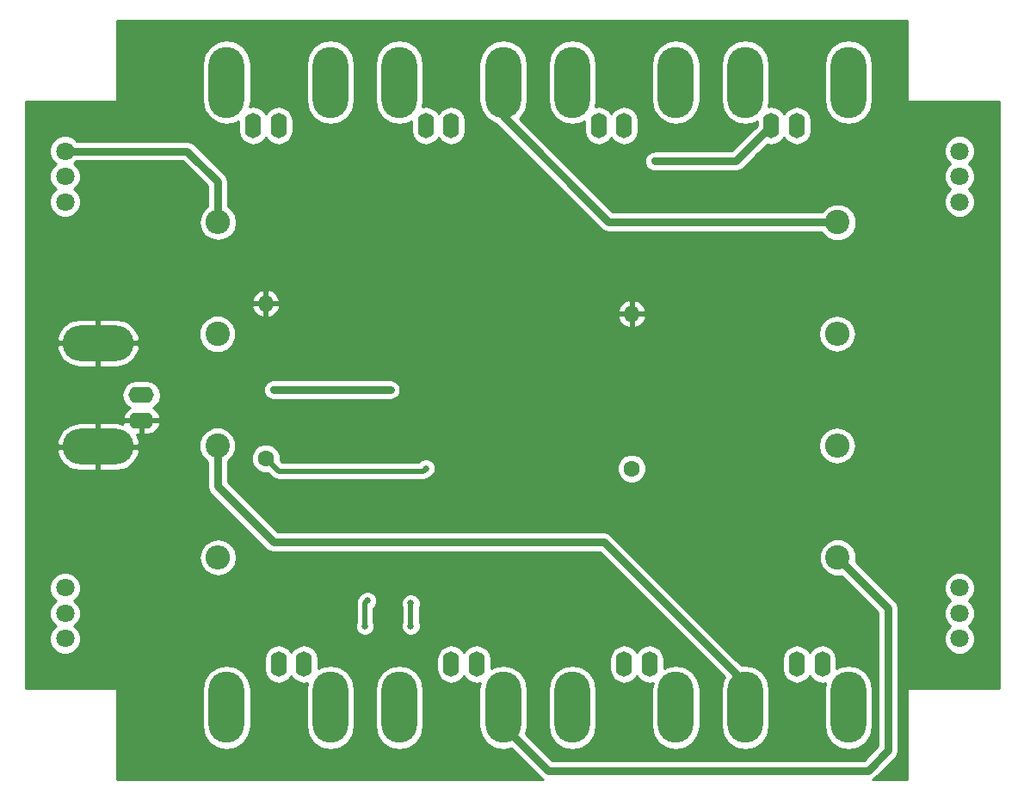
<source format=gbr>
G04 #@! TF.FileFunction,Copper,L2,Bot,Signal*
%FSLAX46Y46*%
G04 Gerber Fmt 4.6, Leading zero omitted, Abs format (unit mm)*
G04 Created by KiCad (PCBNEW 4.0.2-stable) date 30/01/2018 13:09:08*
%MOMM*%
G01*
G04 APERTURE LIST*
%ADD10C,0.100000*%
%ADD11C,2.400000*%
%ADD12O,2.400000X2.400000*%
%ADD13O,3.500120X7.000240*%
%ADD14O,1.600200X2.499360*%
%ADD15O,7.000240X3.500120*%
%ADD16O,2.499360X1.600200*%
%ADD17C,1.600000*%
%ADD18O,1.600000X1.600000*%
%ADD19C,1.800000*%
%ADD20C,0.700000*%
%ADD21C,0.650000*%
%ADD22C,0.750000*%
%ADD23C,0.500000*%
%ADD24C,0.254000*%
G04 APERTURE END LIST*
D10*
D11*
X93000000Y-68000000D03*
D12*
X153960000Y-68000000D03*
D13*
X110902220Y-43236600D03*
X121100320Y-43236600D03*
D14*
X116000000Y-47501260D03*
X113500640Y-47501260D03*
D13*
X144902220Y-43236600D03*
X155100320Y-43236600D03*
D14*
X150000000Y-47501260D03*
X147500640Y-47501260D03*
D13*
X93902220Y-43236600D03*
X104100320Y-43236600D03*
D14*
X99000000Y-47501260D03*
X96500640Y-47501260D03*
D13*
X127902220Y-43236600D03*
X138100320Y-43236600D03*
D14*
X133000000Y-47501260D03*
X130500640Y-47501260D03*
D15*
X81236600Y-79097780D03*
X81236600Y-68899680D03*
D16*
X85501260Y-74000000D03*
X85501260Y-76499360D03*
D13*
X138097780Y-104763400D03*
X127899680Y-104763400D03*
D14*
X133000000Y-100498740D03*
X135499360Y-100498740D03*
D13*
X104097780Y-104763400D03*
X93899680Y-104763400D03*
D14*
X99000000Y-100498740D03*
X101499360Y-100498740D03*
D13*
X155097780Y-104763400D03*
X144899680Y-104763400D03*
D14*
X150000000Y-100498740D03*
X152499360Y-100498740D03*
D13*
X121097780Y-104763400D03*
X110899680Y-104763400D03*
D14*
X116000000Y-100498740D03*
X118499360Y-100498740D03*
D11*
X154000000Y-57000000D03*
D12*
X93040000Y-57000000D03*
D17*
X133750000Y-81250000D03*
D18*
X133750000Y-66010000D03*
D11*
X93000000Y-79000000D03*
D12*
X153960000Y-79000000D03*
D11*
X154000000Y-90000000D03*
D12*
X93040000Y-90000000D03*
D17*
X97750000Y-80250000D03*
D18*
X97750000Y-65010000D03*
D19*
X166000000Y-50000000D03*
X166000000Y-52500000D03*
X166000000Y-55000000D03*
X78000000Y-55000000D03*
X78000000Y-52500000D03*
X78000000Y-50000000D03*
X166000000Y-93000000D03*
X166000000Y-95500000D03*
X166000000Y-98000000D03*
X78000000Y-98000000D03*
X78000000Y-95500000D03*
X78000000Y-93000000D03*
D20*
X136000000Y-51000000D03*
X110000000Y-73500000D03*
X98500000Y-73500000D03*
D21*
X107750000Y-94250000D03*
X107500000Y-96750000D03*
D20*
X121097780Y-103263400D03*
D21*
X112000000Y-96750000D03*
X112000000Y-94500000D03*
X113500000Y-81250000D03*
D22*
X121100320Y-43736600D02*
X121100320Y-46600320D01*
X121100320Y-46600320D02*
X131500000Y-57000000D01*
X131500000Y-57000000D02*
X154000000Y-57000000D01*
X147500640Y-47501260D02*
X147498740Y-47501260D01*
X147498740Y-47501260D02*
X144000000Y-51000000D01*
X144000000Y-51000000D02*
X136000000Y-51000000D01*
X110000000Y-73500000D02*
X98500000Y-73500000D01*
D23*
X107750000Y-94250000D02*
X107500000Y-94500000D01*
X107500000Y-94500000D02*
X107500000Y-96750000D01*
D22*
X144899680Y-104763400D02*
X144899680Y-102399680D01*
X144899680Y-102399680D02*
X131000000Y-88500000D01*
X93000000Y-83000000D02*
X93000000Y-79000000D01*
X98500000Y-88500000D02*
X93000000Y-83000000D01*
X131000000Y-88500000D02*
X98500000Y-88500000D01*
X121097780Y-104763400D02*
X121097780Y-106597780D01*
X121097780Y-106597780D02*
X125500000Y-111000000D01*
X125500000Y-111000000D02*
X157000000Y-111000000D01*
X157000000Y-111000000D02*
X159000000Y-109000000D01*
X159000000Y-109000000D02*
X159000000Y-95000000D01*
X159000000Y-95000000D02*
X154000000Y-90000000D01*
D23*
X112000000Y-96750000D02*
X112000000Y-94500000D01*
D22*
X93040000Y-57000000D02*
X93040000Y-53040000D01*
X90000000Y-50000000D02*
X78000000Y-50000000D01*
X93040000Y-53040000D02*
X90000000Y-50000000D01*
D23*
X99000000Y-81500000D02*
X97750000Y-80250000D01*
X113250000Y-81500000D02*
X99000000Y-81500000D01*
X113500000Y-81250000D02*
X113250000Y-81500000D01*
D24*
G36*
X160873000Y-45000000D02*
X160883006Y-45049410D01*
X160911447Y-45091035D01*
X160953841Y-45118315D01*
X161000000Y-45127000D01*
X169873000Y-45127000D01*
X169873000Y-102873000D01*
X161000000Y-102873000D01*
X160950590Y-102883006D01*
X160908965Y-102911447D01*
X160881685Y-102953841D01*
X160873000Y-103000000D01*
X160873000Y-111873000D01*
X157476483Y-111873000D01*
X157714178Y-111714178D01*
X159714178Y-109714178D01*
X159933118Y-109386510D01*
X160010000Y-109000000D01*
X160010000Y-95000000D01*
X159933118Y-94613490D01*
X159714178Y-94285822D01*
X158732347Y-93303991D01*
X164464735Y-93303991D01*
X164697932Y-93868371D01*
X165079182Y-94250288D01*
X164699449Y-94629357D01*
X164465267Y-95193330D01*
X164464735Y-95803991D01*
X164697932Y-96368371D01*
X165079182Y-96750288D01*
X164699449Y-97129357D01*
X164465267Y-97693330D01*
X164464735Y-98303991D01*
X164697932Y-98868371D01*
X165129357Y-99300551D01*
X165693330Y-99534733D01*
X166303991Y-99535265D01*
X166868371Y-99302068D01*
X167300551Y-98870643D01*
X167534733Y-98306670D01*
X167535265Y-97696009D01*
X167302068Y-97131629D01*
X166920818Y-96749712D01*
X167300551Y-96370643D01*
X167534733Y-95806670D01*
X167535265Y-95196009D01*
X167302068Y-94631629D01*
X166920818Y-94249712D01*
X167300551Y-93870643D01*
X167534733Y-93306670D01*
X167535265Y-92696009D01*
X167302068Y-92131629D01*
X166870643Y-91699449D01*
X166306670Y-91465267D01*
X165696009Y-91464735D01*
X165131629Y-91697932D01*
X164699449Y-92129357D01*
X164465267Y-92693330D01*
X164464735Y-93303991D01*
X158732347Y-93303991D01*
X155823027Y-90394671D01*
X155834681Y-90366605D01*
X155835318Y-89636597D01*
X155556545Y-88961914D01*
X155040801Y-88445270D01*
X154366605Y-88165319D01*
X153636597Y-88164682D01*
X152961914Y-88443455D01*
X152445270Y-88959199D01*
X152165319Y-89633395D01*
X152164682Y-90363403D01*
X152443455Y-91038086D01*
X152959199Y-91554730D01*
X153633395Y-91834681D01*
X154363403Y-91835318D01*
X154394226Y-91822582D01*
X157990000Y-95418356D01*
X157990000Y-108581644D01*
X156581644Y-109990000D01*
X125918356Y-109990000D01*
X123323564Y-107395208D01*
X123482840Y-106594472D01*
X123482840Y-102932328D01*
X125514620Y-102932328D01*
X125514620Y-106594472D01*
X125696172Y-107507195D01*
X126213188Y-108280964D01*
X126986957Y-108797980D01*
X127899680Y-108979532D01*
X128812403Y-108797980D01*
X129586172Y-108280964D01*
X130103188Y-107507195D01*
X130284740Y-106594472D01*
X130284740Y-102932328D01*
X130103188Y-102019605D01*
X129586172Y-101245836D01*
X128812403Y-100728820D01*
X127899680Y-100547268D01*
X126986957Y-100728820D01*
X126213188Y-101245836D01*
X125696172Y-102019605D01*
X125514620Y-102932328D01*
X123482840Y-102932328D01*
X123301288Y-102019605D01*
X122784272Y-101245836D01*
X122010503Y-100728820D01*
X121097780Y-100547268D01*
X120185057Y-100728820D01*
X119934460Y-100896264D01*
X119934460Y-100012237D01*
X131564900Y-100012237D01*
X131564900Y-100985243D01*
X131674140Y-101534432D01*
X131985231Y-102000012D01*
X132450811Y-102311103D01*
X133000000Y-102420343D01*
X133549189Y-102311103D01*
X134014769Y-102000012D01*
X134249680Y-101648443D01*
X134484591Y-102000012D01*
X134950171Y-102311103D01*
X135499360Y-102420343D01*
X135827545Y-102355063D01*
X135712720Y-102932328D01*
X135712720Y-106594472D01*
X135894272Y-107507195D01*
X136411288Y-108280964D01*
X137185057Y-108797980D01*
X138097780Y-108979532D01*
X139010503Y-108797980D01*
X139784272Y-108280964D01*
X140301288Y-107507195D01*
X140482840Y-106594472D01*
X140482840Y-102932328D01*
X140301288Y-102019605D01*
X139784272Y-101245836D01*
X139010503Y-100728820D01*
X138097780Y-100547268D01*
X137185057Y-100728820D01*
X136934460Y-100896264D01*
X136934460Y-100012237D01*
X136825220Y-99463048D01*
X136514129Y-98997468D01*
X136048549Y-98686377D01*
X135499360Y-98577137D01*
X134950171Y-98686377D01*
X134484591Y-98997468D01*
X134249680Y-99349037D01*
X134014769Y-98997468D01*
X133549189Y-98686377D01*
X133000000Y-98577137D01*
X132450811Y-98686377D01*
X131985231Y-98997468D01*
X131674140Y-99463048D01*
X131564900Y-100012237D01*
X119934460Y-100012237D01*
X119825220Y-99463048D01*
X119514129Y-98997468D01*
X119048549Y-98686377D01*
X118499360Y-98577137D01*
X117950171Y-98686377D01*
X117484591Y-98997468D01*
X117249680Y-99349037D01*
X117014769Y-98997468D01*
X116549189Y-98686377D01*
X116000000Y-98577137D01*
X115450811Y-98686377D01*
X114985231Y-98997468D01*
X114674140Y-99463048D01*
X114564900Y-100012237D01*
X114564900Y-100985243D01*
X114674140Y-101534432D01*
X114985231Y-102000012D01*
X115450811Y-102311103D01*
X116000000Y-102420343D01*
X116549189Y-102311103D01*
X117014769Y-102000012D01*
X117249680Y-101648443D01*
X117484591Y-102000012D01*
X117950171Y-102311103D01*
X118499360Y-102420343D01*
X118827545Y-102355063D01*
X118712720Y-102932328D01*
X118712720Y-106594472D01*
X118894272Y-107507195D01*
X119411288Y-108280964D01*
X120185057Y-108797980D01*
X121097780Y-108979532D01*
X121892997Y-108821353D01*
X124785822Y-111714178D01*
X125023517Y-111873000D01*
X83127000Y-111873000D01*
X83127000Y-103000000D01*
X83116994Y-102950590D01*
X83104517Y-102932328D01*
X91514620Y-102932328D01*
X91514620Y-106594472D01*
X91696172Y-107507195D01*
X92213188Y-108280964D01*
X92986957Y-108797980D01*
X93899680Y-108979532D01*
X94812403Y-108797980D01*
X95586172Y-108280964D01*
X96103188Y-107507195D01*
X96284740Y-106594472D01*
X96284740Y-102932328D01*
X96103188Y-102019605D01*
X95586172Y-101245836D01*
X94812403Y-100728820D01*
X93899680Y-100547268D01*
X92986957Y-100728820D01*
X92213188Y-101245836D01*
X91696172Y-102019605D01*
X91514620Y-102932328D01*
X83104517Y-102932328D01*
X83088553Y-102908965D01*
X83046159Y-102881685D01*
X83000000Y-102873000D01*
X74127000Y-102873000D01*
X74127000Y-100012237D01*
X97564900Y-100012237D01*
X97564900Y-100985243D01*
X97674140Y-101534432D01*
X97985231Y-102000012D01*
X98450811Y-102311103D01*
X99000000Y-102420343D01*
X99549189Y-102311103D01*
X100014769Y-102000012D01*
X100249680Y-101648443D01*
X100484591Y-102000012D01*
X100950171Y-102311103D01*
X101499360Y-102420343D01*
X101827545Y-102355063D01*
X101712720Y-102932328D01*
X101712720Y-106594472D01*
X101894272Y-107507195D01*
X102411288Y-108280964D01*
X103185057Y-108797980D01*
X104097780Y-108979532D01*
X105010503Y-108797980D01*
X105784272Y-108280964D01*
X106301288Y-107507195D01*
X106482840Y-106594472D01*
X106482840Y-102932328D01*
X108514620Y-102932328D01*
X108514620Y-106594472D01*
X108696172Y-107507195D01*
X109213188Y-108280964D01*
X109986957Y-108797980D01*
X110899680Y-108979532D01*
X111812403Y-108797980D01*
X112586172Y-108280964D01*
X113103188Y-107507195D01*
X113284740Y-106594472D01*
X113284740Y-102932328D01*
X113103188Y-102019605D01*
X112586172Y-101245836D01*
X111812403Y-100728820D01*
X110899680Y-100547268D01*
X109986957Y-100728820D01*
X109213188Y-101245836D01*
X108696172Y-102019605D01*
X108514620Y-102932328D01*
X106482840Y-102932328D01*
X106301288Y-102019605D01*
X105784272Y-101245836D01*
X105010503Y-100728820D01*
X104097780Y-100547268D01*
X103185057Y-100728820D01*
X102934460Y-100896264D01*
X102934460Y-100012237D01*
X102825220Y-99463048D01*
X102514129Y-98997468D01*
X102048549Y-98686377D01*
X101499360Y-98577137D01*
X100950171Y-98686377D01*
X100484591Y-98997468D01*
X100249680Y-99349037D01*
X100014769Y-98997468D01*
X99549189Y-98686377D01*
X99000000Y-98577137D01*
X98450811Y-98686377D01*
X97985231Y-98997468D01*
X97674140Y-99463048D01*
X97564900Y-100012237D01*
X74127000Y-100012237D01*
X74127000Y-93303991D01*
X76464735Y-93303991D01*
X76697932Y-93868371D01*
X77079182Y-94250288D01*
X76699449Y-94629357D01*
X76465267Y-95193330D01*
X76464735Y-95803991D01*
X76697932Y-96368371D01*
X77079182Y-96750288D01*
X76699449Y-97129357D01*
X76465267Y-97693330D01*
X76464735Y-98303991D01*
X76697932Y-98868371D01*
X77129357Y-99300551D01*
X77693330Y-99534733D01*
X78303991Y-99535265D01*
X78868371Y-99302068D01*
X79300551Y-98870643D01*
X79534733Y-98306670D01*
X79535265Y-97696009D01*
X79302068Y-97131629D01*
X79110892Y-96940118D01*
X106539833Y-96940118D01*
X106685677Y-97293086D01*
X106955493Y-97563374D01*
X107308206Y-97709833D01*
X107690118Y-97710167D01*
X108043086Y-97564323D01*
X108313374Y-97294507D01*
X108459833Y-96941794D01*
X108460167Y-96559882D01*
X108385000Y-96377965D01*
X108385000Y-94972570D01*
X108563374Y-94794507D01*
X108606720Y-94690118D01*
X111039833Y-94690118D01*
X111115000Y-94872035D01*
X111115000Y-96377988D01*
X111040167Y-96558206D01*
X111039833Y-96940118D01*
X111185677Y-97293086D01*
X111455493Y-97563374D01*
X111808206Y-97709833D01*
X112190118Y-97710167D01*
X112543086Y-97564323D01*
X112813374Y-97294507D01*
X112959833Y-96941794D01*
X112960167Y-96559882D01*
X112885000Y-96377965D01*
X112885000Y-94872012D01*
X112959833Y-94691794D01*
X112960167Y-94309882D01*
X112814323Y-93956914D01*
X112544507Y-93686626D01*
X112191794Y-93540167D01*
X111809882Y-93539833D01*
X111456914Y-93685677D01*
X111186626Y-93955493D01*
X111040167Y-94308206D01*
X111039833Y-94690118D01*
X108606720Y-94690118D01*
X108709833Y-94441794D01*
X108710167Y-94059882D01*
X108564323Y-93706914D01*
X108294507Y-93436626D01*
X107941794Y-93290167D01*
X107559882Y-93289833D01*
X107206914Y-93435677D01*
X106936626Y-93705493D01*
X106854024Y-93904420D01*
X106682367Y-94161325D01*
X106682367Y-94161326D01*
X106614999Y-94500000D01*
X106615000Y-94500005D01*
X106615000Y-96377988D01*
X106540167Y-96558206D01*
X106539833Y-96940118D01*
X79110892Y-96940118D01*
X78920818Y-96749712D01*
X79300551Y-96370643D01*
X79534733Y-95806670D01*
X79535265Y-95196009D01*
X79302068Y-94631629D01*
X78920818Y-94249712D01*
X79300551Y-93870643D01*
X79534733Y-93306670D01*
X79535265Y-92696009D01*
X79302068Y-92131629D01*
X78870643Y-91699449D01*
X78306670Y-91465267D01*
X77696009Y-91464735D01*
X77131629Y-91697932D01*
X76699449Y-92129357D01*
X76465267Y-92693330D01*
X76464735Y-93303991D01*
X74127000Y-93303991D01*
X74127000Y-90000000D01*
X91169050Y-90000000D01*
X91308731Y-90702224D01*
X91706509Y-91297541D01*
X92301826Y-91695319D01*
X93004050Y-91835000D01*
X93075950Y-91835000D01*
X93778174Y-91695319D01*
X94373491Y-91297541D01*
X94771269Y-90702224D01*
X94910950Y-90000000D01*
X94771269Y-89297776D01*
X94373491Y-88702459D01*
X93778174Y-88304681D01*
X93075950Y-88165000D01*
X93004050Y-88165000D01*
X92301826Y-88304681D01*
X91706509Y-88702459D01*
X91308731Y-89297776D01*
X91169050Y-90000000D01*
X74127000Y-90000000D01*
X74127000Y-79595793D01*
X77154054Y-79595793D01*
X77234431Y-79893170D01*
X77710245Y-80694469D01*
X78456484Y-81252687D01*
X79359540Y-81482840D01*
X81109600Y-81482840D01*
X81109600Y-79224780D01*
X81363600Y-79224780D01*
X81363600Y-81482840D01*
X83113660Y-81482840D01*
X84016716Y-81252687D01*
X84762955Y-80694469D01*
X85238769Y-79893170D01*
X85319146Y-79595793D01*
X85250371Y-79363403D01*
X91164682Y-79363403D01*
X91443455Y-80038086D01*
X91959199Y-80554730D01*
X91990000Y-80567520D01*
X91990000Y-83000000D01*
X92066882Y-83386510D01*
X92285822Y-83714178D01*
X97785822Y-89214178D01*
X98113490Y-89433118D01*
X98500000Y-89510001D01*
X98500005Y-89510000D01*
X130581644Y-89510000D01*
X142854418Y-101782774D01*
X142696172Y-102019605D01*
X142514620Y-102932328D01*
X142514620Y-106594472D01*
X142696172Y-107507195D01*
X143213188Y-108280964D01*
X143986957Y-108797980D01*
X144899680Y-108979532D01*
X145812403Y-108797980D01*
X146586172Y-108280964D01*
X147103188Y-107507195D01*
X147284740Y-106594472D01*
X147284740Y-102932328D01*
X147103188Y-102019605D01*
X146586172Y-101245836D01*
X145812403Y-100728820D01*
X144899680Y-100547268D01*
X144545979Y-100617623D01*
X143940593Y-100012237D01*
X148564900Y-100012237D01*
X148564900Y-100985243D01*
X148674140Y-101534432D01*
X148985231Y-102000012D01*
X149450811Y-102311103D01*
X150000000Y-102420343D01*
X150549189Y-102311103D01*
X151014769Y-102000012D01*
X151249680Y-101648443D01*
X151484591Y-102000012D01*
X151950171Y-102311103D01*
X152499360Y-102420343D01*
X152827545Y-102355063D01*
X152712720Y-102932328D01*
X152712720Y-106594472D01*
X152894272Y-107507195D01*
X153411288Y-108280964D01*
X154185057Y-108797980D01*
X155097780Y-108979532D01*
X156010503Y-108797980D01*
X156784272Y-108280964D01*
X157301288Y-107507195D01*
X157482840Y-106594472D01*
X157482840Y-102932328D01*
X157301288Y-102019605D01*
X156784272Y-101245836D01*
X156010503Y-100728820D01*
X155097780Y-100547268D01*
X154185057Y-100728820D01*
X153934460Y-100896264D01*
X153934460Y-100012237D01*
X153825220Y-99463048D01*
X153514129Y-98997468D01*
X153048549Y-98686377D01*
X152499360Y-98577137D01*
X151950171Y-98686377D01*
X151484591Y-98997468D01*
X151249680Y-99349037D01*
X151014769Y-98997468D01*
X150549189Y-98686377D01*
X150000000Y-98577137D01*
X149450811Y-98686377D01*
X148985231Y-98997468D01*
X148674140Y-99463048D01*
X148564900Y-100012237D01*
X143940593Y-100012237D01*
X131714178Y-87785822D01*
X131386510Y-87566882D01*
X131000000Y-87490000D01*
X98918356Y-87490000D01*
X94010000Y-82581644D01*
X94010000Y-80568150D01*
X94038086Y-80556545D01*
X94060483Y-80534187D01*
X96314752Y-80534187D01*
X96532757Y-81061800D01*
X96936077Y-81465824D01*
X97463309Y-81684750D01*
X97933581Y-81685160D01*
X98374208Y-82125787D01*
X98374210Y-82125790D01*
X98661325Y-82317633D01*
X98717516Y-82328810D01*
X99000000Y-82385001D01*
X99000005Y-82385000D01*
X113249995Y-82385000D01*
X113250000Y-82385001D01*
X113532484Y-82328810D01*
X113588675Y-82317633D01*
X113845754Y-82145859D01*
X114043086Y-82064323D01*
X114313374Y-81794507D01*
X114421468Y-81534187D01*
X132314752Y-81534187D01*
X132532757Y-82061800D01*
X132936077Y-82465824D01*
X133463309Y-82684750D01*
X134034187Y-82685248D01*
X134561800Y-82467243D01*
X134965824Y-82063923D01*
X135184750Y-81536691D01*
X135185248Y-80965813D01*
X134967243Y-80438200D01*
X134563923Y-80034176D01*
X134036691Y-79815250D01*
X133465813Y-79814752D01*
X132938200Y-80032757D01*
X132534176Y-80436077D01*
X132315250Y-80963309D01*
X132314752Y-81534187D01*
X114421468Y-81534187D01*
X114459833Y-81441794D01*
X114460167Y-81059882D01*
X114314323Y-80706914D01*
X114044507Y-80436626D01*
X113691794Y-80290167D01*
X113309882Y-80289833D01*
X112956914Y-80435677D01*
X112777277Y-80615000D01*
X99366579Y-80615000D01*
X99184840Y-80433261D01*
X99185248Y-79965813D01*
X98967243Y-79438200D01*
X98563923Y-79034176D01*
X98481619Y-79000000D01*
X152089050Y-79000000D01*
X152228731Y-79702224D01*
X152626509Y-80297541D01*
X153221826Y-80695319D01*
X153924050Y-80835000D01*
X153995950Y-80835000D01*
X154698174Y-80695319D01*
X155293491Y-80297541D01*
X155691269Y-79702224D01*
X155830950Y-79000000D01*
X155691269Y-78297776D01*
X155293491Y-77702459D01*
X154698174Y-77304681D01*
X153995950Y-77165000D01*
X153924050Y-77165000D01*
X153221826Y-77304681D01*
X152626509Y-77702459D01*
X152228731Y-78297776D01*
X152089050Y-79000000D01*
X98481619Y-79000000D01*
X98036691Y-78815250D01*
X97465813Y-78814752D01*
X96938200Y-79032757D01*
X96534176Y-79436077D01*
X96315250Y-79963309D01*
X96314752Y-80534187D01*
X94060483Y-80534187D01*
X94554730Y-80040801D01*
X94834681Y-79366605D01*
X94835318Y-78636597D01*
X94556545Y-77961914D01*
X94040801Y-77445270D01*
X93366605Y-77165319D01*
X92636597Y-77164682D01*
X91961914Y-77443455D01*
X91445270Y-77959199D01*
X91165319Y-78633395D01*
X91164682Y-79363403D01*
X85250371Y-79363403D01*
X85209345Y-79224780D01*
X81363600Y-79224780D01*
X81109600Y-79224780D01*
X77263855Y-79224780D01*
X77154054Y-79595793D01*
X74127000Y-79595793D01*
X74127000Y-78599767D01*
X77154054Y-78599767D01*
X77263855Y-78970780D01*
X81109600Y-78970780D01*
X81109600Y-76712720D01*
X81363600Y-76712720D01*
X81363600Y-78970780D01*
X85209345Y-78970780D01*
X85319146Y-78599767D01*
X85238769Y-78302390D01*
X85020291Y-77934460D01*
X85374260Y-77934460D01*
X85374260Y-76626360D01*
X85628260Y-76626360D01*
X85628260Y-77934460D01*
X86077840Y-77934460D01*
X86617362Y-77776619D01*
X87055412Y-77424327D01*
X87325301Y-76931217D01*
X87342843Y-76848415D01*
X87220856Y-76626360D01*
X85628260Y-76626360D01*
X85374260Y-76626360D01*
X83781664Y-76626360D01*
X83659677Y-76848415D01*
X83660453Y-76852076D01*
X83113660Y-76712720D01*
X81363600Y-76712720D01*
X81109600Y-76712720D01*
X79359540Y-76712720D01*
X78456484Y-76942873D01*
X77710245Y-77501091D01*
X77234431Y-78302390D01*
X77154054Y-78599767D01*
X74127000Y-78599767D01*
X74127000Y-74000000D01*
X83579657Y-74000000D01*
X83688897Y-74549189D01*
X83999988Y-75014769D01*
X84351179Y-75249428D01*
X83947108Y-75574393D01*
X83677219Y-76067503D01*
X83659677Y-76150305D01*
X83781664Y-76372360D01*
X85374260Y-76372360D01*
X85374260Y-76352360D01*
X85628260Y-76352360D01*
X85628260Y-76372360D01*
X87220856Y-76372360D01*
X87342843Y-76150305D01*
X87325301Y-76067503D01*
X87055412Y-75574393D01*
X86651341Y-75249428D01*
X87002532Y-75014769D01*
X87313623Y-74549189D01*
X87422863Y-74000000D01*
X87323408Y-73500000D01*
X97490000Y-73500000D01*
X97514891Y-73625135D01*
X97514830Y-73695069D01*
X97541772Y-73760274D01*
X97566882Y-73886510D01*
X97637764Y-73992593D01*
X97664471Y-74057229D01*
X97714315Y-74107160D01*
X97785822Y-74214178D01*
X97891906Y-74285061D01*
X97941314Y-74334555D01*
X98006471Y-74361611D01*
X98113490Y-74433118D01*
X98238624Y-74458009D01*
X98303212Y-74484828D01*
X98373762Y-74484890D01*
X98500000Y-74510000D01*
X110000000Y-74510000D01*
X110125135Y-74485109D01*
X110195069Y-74485170D01*
X110260274Y-74458228D01*
X110386510Y-74433118D01*
X110492593Y-74362236D01*
X110557229Y-74335529D01*
X110607160Y-74285685D01*
X110714178Y-74214178D01*
X110785061Y-74108094D01*
X110834555Y-74058686D01*
X110861611Y-73993529D01*
X110933118Y-73886510D01*
X110958009Y-73761376D01*
X110984828Y-73696788D01*
X110984890Y-73626238D01*
X111010000Y-73500000D01*
X110985109Y-73374865D01*
X110985170Y-73304931D01*
X110958228Y-73239726D01*
X110933118Y-73113490D01*
X110862236Y-73007407D01*
X110835529Y-72942771D01*
X110785685Y-72892840D01*
X110714178Y-72785822D01*
X110608094Y-72714939D01*
X110558686Y-72665445D01*
X110493529Y-72638389D01*
X110386510Y-72566882D01*
X110261376Y-72541991D01*
X110196788Y-72515172D01*
X110126238Y-72515110D01*
X110000000Y-72490000D01*
X98500000Y-72490000D01*
X98374865Y-72514891D01*
X98304931Y-72514830D01*
X98239726Y-72541772D01*
X98113490Y-72566882D01*
X98007407Y-72637764D01*
X97942771Y-72664471D01*
X97892840Y-72714315D01*
X97785822Y-72785822D01*
X97714939Y-72891906D01*
X97665445Y-72941314D01*
X97638389Y-73006471D01*
X97566882Y-73113490D01*
X97541991Y-73238624D01*
X97515172Y-73303212D01*
X97515110Y-73373762D01*
X97490000Y-73500000D01*
X87323408Y-73500000D01*
X87313623Y-73450811D01*
X87002532Y-72985231D01*
X86536952Y-72674140D01*
X85987763Y-72564900D01*
X85014757Y-72564900D01*
X84465568Y-72674140D01*
X83999988Y-72985231D01*
X83688897Y-73450811D01*
X83579657Y-74000000D01*
X74127000Y-74000000D01*
X74127000Y-69397693D01*
X77154054Y-69397693D01*
X77234431Y-69695070D01*
X77710245Y-70496369D01*
X78456484Y-71054587D01*
X79359540Y-71284740D01*
X81109600Y-71284740D01*
X81109600Y-69026680D01*
X81363600Y-69026680D01*
X81363600Y-71284740D01*
X83113660Y-71284740D01*
X84016716Y-71054587D01*
X84762955Y-70496369D01*
X85238769Y-69695070D01*
X85319146Y-69397693D01*
X85209345Y-69026680D01*
X81363600Y-69026680D01*
X81109600Y-69026680D01*
X77263855Y-69026680D01*
X77154054Y-69397693D01*
X74127000Y-69397693D01*
X74127000Y-68401667D01*
X77154054Y-68401667D01*
X77263855Y-68772680D01*
X81109600Y-68772680D01*
X81109600Y-66514620D01*
X81363600Y-66514620D01*
X81363600Y-68772680D01*
X85209345Y-68772680D01*
X85319146Y-68401667D01*
X85308804Y-68363403D01*
X91164682Y-68363403D01*
X91443455Y-69038086D01*
X91959199Y-69554730D01*
X92633395Y-69834681D01*
X93363403Y-69835318D01*
X94038086Y-69556545D01*
X94554730Y-69040801D01*
X94834681Y-68366605D01*
X94835000Y-68000000D01*
X152089050Y-68000000D01*
X152228731Y-68702224D01*
X152626509Y-69297541D01*
X153221826Y-69695319D01*
X153924050Y-69835000D01*
X153995950Y-69835000D01*
X154698174Y-69695319D01*
X155293491Y-69297541D01*
X155691269Y-68702224D01*
X155830950Y-68000000D01*
X155691269Y-67297776D01*
X155293491Y-66702459D01*
X154698174Y-66304681D01*
X153995950Y-66165000D01*
X153924050Y-66165000D01*
X153221826Y-66304681D01*
X152626509Y-66702459D01*
X152228731Y-67297776D01*
X152089050Y-68000000D01*
X94835000Y-68000000D01*
X94835318Y-67636597D01*
X94556545Y-66961914D01*
X94040801Y-66445270D01*
X93366605Y-66165319D01*
X92636597Y-66164682D01*
X91961914Y-66443455D01*
X91445270Y-66959199D01*
X91165319Y-67633395D01*
X91164682Y-68363403D01*
X85308804Y-68363403D01*
X85238769Y-68104290D01*
X84762955Y-67302991D01*
X84016716Y-66744773D01*
X83113660Y-66514620D01*
X81363600Y-66514620D01*
X81109600Y-66514620D01*
X79359540Y-66514620D01*
X78456484Y-66744773D01*
X77710245Y-67302991D01*
X77234431Y-68104290D01*
X77154054Y-68401667D01*
X74127000Y-68401667D01*
X74127000Y-65359041D01*
X96358086Y-65359041D01*
X96597611Y-65865134D01*
X97012577Y-66241041D01*
X97400961Y-66401904D01*
X97623000Y-66279915D01*
X97623000Y-65137000D01*
X97877000Y-65137000D01*
X97877000Y-66279915D01*
X98099039Y-66401904D01*
X98202526Y-66359041D01*
X132358086Y-66359041D01*
X132597611Y-66865134D01*
X133012577Y-67241041D01*
X133400961Y-67401904D01*
X133623000Y-67279915D01*
X133623000Y-66137000D01*
X133877000Y-66137000D01*
X133877000Y-67279915D01*
X134099039Y-67401904D01*
X134487423Y-67241041D01*
X134902389Y-66865134D01*
X135141914Y-66359041D01*
X135020629Y-66137000D01*
X133877000Y-66137000D01*
X133623000Y-66137000D01*
X132479371Y-66137000D01*
X132358086Y-66359041D01*
X98202526Y-66359041D01*
X98487423Y-66241041D01*
X98902389Y-65865134D01*
X98999021Y-65660959D01*
X132358086Y-65660959D01*
X132479371Y-65883000D01*
X133623000Y-65883000D01*
X133623000Y-64740085D01*
X133877000Y-64740085D01*
X133877000Y-65883000D01*
X135020629Y-65883000D01*
X135141914Y-65660959D01*
X134902389Y-65154866D01*
X134487423Y-64778959D01*
X134099039Y-64618096D01*
X133877000Y-64740085D01*
X133623000Y-64740085D01*
X133400961Y-64618096D01*
X133012577Y-64778959D01*
X132597611Y-65154866D01*
X132358086Y-65660959D01*
X98999021Y-65660959D01*
X99141914Y-65359041D01*
X99020629Y-65137000D01*
X97877000Y-65137000D01*
X97623000Y-65137000D01*
X96479371Y-65137000D01*
X96358086Y-65359041D01*
X74127000Y-65359041D01*
X74127000Y-64660959D01*
X96358086Y-64660959D01*
X96479371Y-64883000D01*
X97623000Y-64883000D01*
X97623000Y-63740085D01*
X97877000Y-63740085D01*
X97877000Y-64883000D01*
X99020629Y-64883000D01*
X99141914Y-64660959D01*
X98902389Y-64154866D01*
X98487423Y-63778959D01*
X98099039Y-63618096D01*
X97877000Y-63740085D01*
X97623000Y-63740085D01*
X97400961Y-63618096D01*
X97012577Y-63778959D01*
X96597611Y-64154866D01*
X96358086Y-64660959D01*
X74127000Y-64660959D01*
X74127000Y-50303991D01*
X76464735Y-50303991D01*
X76697932Y-50868371D01*
X77079182Y-51250288D01*
X76699449Y-51629357D01*
X76465267Y-52193330D01*
X76464735Y-52803991D01*
X76697932Y-53368371D01*
X77079182Y-53750288D01*
X76699449Y-54129357D01*
X76465267Y-54693330D01*
X76464735Y-55303991D01*
X76697932Y-55868371D01*
X77129357Y-56300551D01*
X77693330Y-56534733D01*
X78303991Y-56535265D01*
X78868371Y-56302068D01*
X79300551Y-55870643D01*
X79534733Y-55306670D01*
X79535265Y-54696009D01*
X79302068Y-54131629D01*
X78920818Y-53749712D01*
X79300551Y-53370643D01*
X79534733Y-52806670D01*
X79535265Y-52196009D01*
X79302068Y-51631629D01*
X78920818Y-51249712D01*
X79160950Y-51010000D01*
X89581644Y-51010000D01*
X92030000Y-53458356D01*
X92030000Y-55486309D01*
X91706509Y-55702459D01*
X91308731Y-56297776D01*
X91169050Y-57000000D01*
X91308731Y-57702224D01*
X91706509Y-58297541D01*
X92301826Y-58695319D01*
X93004050Y-58835000D01*
X93075950Y-58835000D01*
X93778174Y-58695319D01*
X94373491Y-58297541D01*
X94771269Y-57702224D01*
X94910950Y-57000000D01*
X94771269Y-56297776D01*
X94373491Y-55702459D01*
X94050000Y-55486309D01*
X94050000Y-53040000D01*
X93973118Y-52653490D01*
X93754178Y-52325822D01*
X90714178Y-49285822D01*
X90386510Y-49066882D01*
X90000000Y-48990000D01*
X79160686Y-48990000D01*
X78870643Y-48699449D01*
X78306670Y-48465267D01*
X77696009Y-48464735D01*
X77131629Y-48697932D01*
X76699449Y-49129357D01*
X76465267Y-49693330D01*
X76464735Y-50303991D01*
X74127000Y-50303991D01*
X74127000Y-45127000D01*
X83000000Y-45127000D01*
X83049410Y-45116994D01*
X83091035Y-45088553D01*
X83118315Y-45046159D01*
X83127000Y-45000000D01*
X83127000Y-41405528D01*
X91517160Y-41405528D01*
X91517160Y-45067672D01*
X91698712Y-45980395D01*
X92215728Y-46754164D01*
X92989497Y-47271180D01*
X93902220Y-47452732D01*
X94814943Y-47271180D01*
X95065540Y-47103736D01*
X95065540Y-47987763D01*
X95174780Y-48536952D01*
X95485871Y-49002532D01*
X95951451Y-49313623D01*
X96500640Y-49422863D01*
X97049829Y-49313623D01*
X97515409Y-49002532D01*
X97750320Y-48650963D01*
X97985231Y-49002532D01*
X98450811Y-49313623D01*
X99000000Y-49422863D01*
X99549189Y-49313623D01*
X100014769Y-49002532D01*
X100325860Y-48536952D01*
X100435100Y-47987763D01*
X100435100Y-47014757D01*
X100325860Y-46465568D01*
X100014769Y-45999988D01*
X99549189Y-45688897D01*
X99000000Y-45579657D01*
X98450811Y-45688897D01*
X97985231Y-45999988D01*
X97750320Y-46351557D01*
X97515409Y-45999988D01*
X97049829Y-45688897D01*
X96500640Y-45579657D01*
X96172455Y-45644937D01*
X96287280Y-45067672D01*
X96287280Y-41405528D01*
X101715260Y-41405528D01*
X101715260Y-45067672D01*
X101896812Y-45980395D01*
X102413828Y-46754164D01*
X103187597Y-47271180D01*
X104100320Y-47452732D01*
X105013043Y-47271180D01*
X105786812Y-46754164D01*
X106303828Y-45980395D01*
X106485380Y-45067672D01*
X106485380Y-41405528D01*
X108517160Y-41405528D01*
X108517160Y-45067672D01*
X108698712Y-45980395D01*
X109215728Y-46754164D01*
X109989497Y-47271180D01*
X110902220Y-47452732D01*
X111814943Y-47271180D01*
X112065540Y-47103736D01*
X112065540Y-47987763D01*
X112174780Y-48536952D01*
X112485871Y-49002532D01*
X112951451Y-49313623D01*
X113500640Y-49422863D01*
X114049829Y-49313623D01*
X114515409Y-49002532D01*
X114750320Y-48650963D01*
X114985231Y-49002532D01*
X115450811Y-49313623D01*
X116000000Y-49422863D01*
X116549189Y-49313623D01*
X117014769Y-49002532D01*
X117325860Y-48536952D01*
X117435100Y-47987763D01*
X117435100Y-47014757D01*
X117325860Y-46465568D01*
X117014769Y-45999988D01*
X116549189Y-45688897D01*
X116000000Y-45579657D01*
X115450811Y-45688897D01*
X114985231Y-45999988D01*
X114750320Y-46351557D01*
X114515409Y-45999988D01*
X114049829Y-45688897D01*
X113500640Y-45579657D01*
X113172455Y-45644937D01*
X113287280Y-45067672D01*
X113287280Y-41405528D01*
X118715260Y-41405528D01*
X118715260Y-45067672D01*
X118896812Y-45980395D01*
X119413828Y-46754164D01*
X120187597Y-47271180D01*
X120383195Y-47310087D01*
X120386142Y-47314498D01*
X130785820Y-57714175D01*
X130785822Y-57714178D01*
X131113490Y-57933118D01*
X131500000Y-58010001D01*
X131500005Y-58010000D01*
X152431850Y-58010000D01*
X152443455Y-58038086D01*
X152959199Y-58554730D01*
X153633395Y-58834681D01*
X154363403Y-58835318D01*
X155038086Y-58556545D01*
X155554730Y-58040801D01*
X155834681Y-57366605D01*
X155835318Y-56636597D01*
X155556545Y-55961914D01*
X155040801Y-55445270D01*
X154366605Y-55165319D01*
X153636597Y-55164682D01*
X152961914Y-55443455D01*
X152445270Y-55959199D01*
X152432480Y-55990000D01*
X131918355Y-55990000D01*
X126928355Y-51000000D01*
X134990000Y-51000000D01*
X135014891Y-51125135D01*
X135014830Y-51195069D01*
X135041772Y-51260274D01*
X135066882Y-51386510D01*
X135137764Y-51492593D01*
X135164471Y-51557229D01*
X135214315Y-51607160D01*
X135285822Y-51714178D01*
X135391906Y-51785061D01*
X135441314Y-51834555D01*
X135506471Y-51861611D01*
X135613490Y-51933118D01*
X135738624Y-51958009D01*
X135803212Y-51984828D01*
X135873762Y-51984890D01*
X136000000Y-52010000D01*
X144000000Y-52010000D01*
X144386510Y-51933118D01*
X144714178Y-51714178D01*
X146124365Y-50303991D01*
X164464735Y-50303991D01*
X164697932Y-50868371D01*
X165079182Y-51250288D01*
X164699449Y-51629357D01*
X164465267Y-52193330D01*
X164464735Y-52803991D01*
X164697932Y-53368371D01*
X165079182Y-53750288D01*
X164699449Y-54129357D01*
X164465267Y-54693330D01*
X164464735Y-55303991D01*
X164697932Y-55868371D01*
X165129357Y-56300551D01*
X165693330Y-56534733D01*
X166303991Y-56535265D01*
X166868371Y-56302068D01*
X167300551Y-55870643D01*
X167534733Y-55306670D01*
X167535265Y-54696009D01*
X167302068Y-54131629D01*
X166920818Y-53749712D01*
X167300551Y-53370643D01*
X167534733Y-52806670D01*
X167535265Y-52196009D01*
X167302068Y-51631629D01*
X166920818Y-51249712D01*
X167300551Y-50870643D01*
X167534733Y-50306670D01*
X167535265Y-49696009D01*
X167302068Y-49131629D01*
X166870643Y-48699449D01*
X166306670Y-48465267D01*
X165696009Y-48464735D01*
X165131629Y-48697932D01*
X164699449Y-49129357D01*
X164465267Y-49693330D01*
X164464735Y-50303991D01*
X146124365Y-50303991D01*
X147087643Y-49340713D01*
X147500640Y-49422863D01*
X148049829Y-49313623D01*
X148515409Y-49002532D01*
X148750320Y-48650963D01*
X148985231Y-49002532D01*
X149450811Y-49313623D01*
X150000000Y-49422863D01*
X150549189Y-49313623D01*
X151014769Y-49002532D01*
X151325860Y-48536952D01*
X151435100Y-47987763D01*
X151435100Y-47014757D01*
X151325860Y-46465568D01*
X151014769Y-45999988D01*
X150549189Y-45688897D01*
X150000000Y-45579657D01*
X149450811Y-45688897D01*
X148985231Y-45999988D01*
X148750320Y-46351557D01*
X148515409Y-45999988D01*
X148049829Y-45688897D01*
X147500640Y-45579657D01*
X147172455Y-45644937D01*
X147287280Y-45067672D01*
X147287280Y-41405528D01*
X152715260Y-41405528D01*
X152715260Y-45067672D01*
X152896812Y-45980395D01*
X153413828Y-46754164D01*
X154187597Y-47271180D01*
X155100320Y-47452732D01*
X156013043Y-47271180D01*
X156786812Y-46754164D01*
X157303828Y-45980395D01*
X157485380Y-45067672D01*
X157485380Y-41405528D01*
X157303828Y-40492805D01*
X156786812Y-39719036D01*
X156013043Y-39202020D01*
X155100320Y-39020468D01*
X154187597Y-39202020D01*
X153413828Y-39719036D01*
X152896812Y-40492805D01*
X152715260Y-41405528D01*
X147287280Y-41405528D01*
X147105728Y-40492805D01*
X146588712Y-39719036D01*
X145814943Y-39202020D01*
X144902220Y-39020468D01*
X143989497Y-39202020D01*
X143215728Y-39719036D01*
X142698712Y-40492805D01*
X142517160Y-41405528D01*
X142517160Y-45067672D01*
X142698712Y-45980395D01*
X143215728Y-46754164D01*
X143989497Y-47271180D01*
X144902220Y-47452732D01*
X145814943Y-47271180D01*
X146065540Y-47103736D01*
X146065540Y-47506104D01*
X143581644Y-49990000D01*
X136000000Y-49990000D01*
X135874865Y-50014891D01*
X135804931Y-50014830D01*
X135739726Y-50041772D01*
X135613490Y-50066882D01*
X135507407Y-50137764D01*
X135442771Y-50164471D01*
X135392840Y-50214315D01*
X135285822Y-50285822D01*
X135214939Y-50391906D01*
X135165445Y-50441314D01*
X135138389Y-50506471D01*
X135066882Y-50613490D01*
X135041991Y-50738624D01*
X135015172Y-50803212D01*
X135015110Y-50873762D01*
X134990000Y-51000000D01*
X126928355Y-51000000D01*
X122724293Y-46795938D01*
X122786812Y-46754164D01*
X123303828Y-45980395D01*
X123485380Y-45067672D01*
X123485380Y-41405528D01*
X125517160Y-41405528D01*
X125517160Y-45067672D01*
X125698712Y-45980395D01*
X126215728Y-46754164D01*
X126989497Y-47271180D01*
X127902220Y-47452732D01*
X128814943Y-47271180D01*
X129065540Y-47103736D01*
X129065540Y-47987763D01*
X129174780Y-48536952D01*
X129485871Y-49002532D01*
X129951451Y-49313623D01*
X130500640Y-49422863D01*
X131049829Y-49313623D01*
X131515409Y-49002532D01*
X131750320Y-48650963D01*
X131985231Y-49002532D01*
X132450811Y-49313623D01*
X133000000Y-49422863D01*
X133549189Y-49313623D01*
X134014769Y-49002532D01*
X134325860Y-48536952D01*
X134435100Y-47987763D01*
X134435100Y-47014757D01*
X134325860Y-46465568D01*
X134014769Y-45999988D01*
X133549189Y-45688897D01*
X133000000Y-45579657D01*
X132450811Y-45688897D01*
X131985231Y-45999988D01*
X131750320Y-46351557D01*
X131515409Y-45999988D01*
X131049829Y-45688897D01*
X130500640Y-45579657D01*
X130172455Y-45644937D01*
X130287280Y-45067672D01*
X130287280Y-41405528D01*
X135715260Y-41405528D01*
X135715260Y-45067672D01*
X135896812Y-45980395D01*
X136413828Y-46754164D01*
X137187597Y-47271180D01*
X138100320Y-47452732D01*
X139013043Y-47271180D01*
X139786812Y-46754164D01*
X140303828Y-45980395D01*
X140485380Y-45067672D01*
X140485380Y-41405528D01*
X140303828Y-40492805D01*
X139786812Y-39719036D01*
X139013043Y-39202020D01*
X138100320Y-39020468D01*
X137187597Y-39202020D01*
X136413828Y-39719036D01*
X135896812Y-40492805D01*
X135715260Y-41405528D01*
X130287280Y-41405528D01*
X130105728Y-40492805D01*
X129588712Y-39719036D01*
X128814943Y-39202020D01*
X127902220Y-39020468D01*
X126989497Y-39202020D01*
X126215728Y-39719036D01*
X125698712Y-40492805D01*
X125517160Y-41405528D01*
X123485380Y-41405528D01*
X123303828Y-40492805D01*
X122786812Y-39719036D01*
X122013043Y-39202020D01*
X121100320Y-39020468D01*
X120187597Y-39202020D01*
X119413828Y-39719036D01*
X118896812Y-40492805D01*
X118715260Y-41405528D01*
X113287280Y-41405528D01*
X113105728Y-40492805D01*
X112588712Y-39719036D01*
X111814943Y-39202020D01*
X110902220Y-39020468D01*
X109989497Y-39202020D01*
X109215728Y-39719036D01*
X108698712Y-40492805D01*
X108517160Y-41405528D01*
X106485380Y-41405528D01*
X106303828Y-40492805D01*
X105786812Y-39719036D01*
X105013043Y-39202020D01*
X104100320Y-39020468D01*
X103187597Y-39202020D01*
X102413828Y-39719036D01*
X101896812Y-40492805D01*
X101715260Y-41405528D01*
X96287280Y-41405528D01*
X96105728Y-40492805D01*
X95588712Y-39719036D01*
X94814943Y-39202020D01*
X93902220Y-39020468D01*
X92989497Y-39202020D01*
X92215728Y-39719036D01*
X91698712Y-40492805D01*
X91517160Y-41405528D01*
X83127000Y-41405528D01*
X83127000Y-37127000D01*
X160873000Y-37127000D01*
X160873000Y-45000000D01*
X160873000Y-45000000D01*
G37*
X160873000Y-45000000D02*
X160883006Y-45049410D01*
X160911447Y-45091035D01*
X160953841Y-45118315D01*
X161000000Y-45127000D01*
X169873000Y-45127000D01*
X169873000Y-102873000D01*
X161000000Y-102873000D01*
X160950590Y-102883006D01*
X160908965Y-102911447D01*
X160881685Y-102953841D01*
X160873000Y-103000000D01*
X160873000Y-111873000D01*
X157476483Y-111873000D01*
X157714178Y-111714178D01*
X159714178Y-109714178D01*
X159933118Y-109386510D01*
X160010000Y-109000000D01*
X160010000Y-95000000D01*
X159933118Y-94613490D01*
X159714178Y-94285822D01*
X158732347Y-93303991D01*
X164464735Y-93303991D01*
X164697932Y-93868371D01*
X165079182Y-94250288D01*
X164699449Y-94629357D01*
X164465267Y-95193330D01*
X164464735Y-95803991D01*
X164697932Y-96368371D01*
X165079182Y-96750288D01*
X164699449Y-97129357D01*
X164465267Y-97693330D01*
X164464735Y-98303991D01*
X164697932Y-98868371D01*
X165129357Y-99300551D01*
X165693330Y-99534733D01*
X166303991Y-99535265D01*
X166868371Y-99302068D01*
X167300551Y-98870643D01*
X167534733Y-98306670D01*
X167535265Y-97696009D01*
X167302068Y-97131629D01*
X166920818Y-96749712D01*
X167300551Y-96370643D01*
X167534733Y-95806670D01*
X167535265Y-95196009D01*
X167302068Y-94631629D01*
X166920818Y-94249712D01*
X167300551Y-93870643D01*
X167534733Y-93306670D01*
X167535265Y-92696009D01*
X167302068Y-92131629D01*
X166870643Y-91699449D01*
X166306670Y-91465267D01*
X165696009Y-91464735D01*
X165131629Y-91697932D01*
X164699449Y-92129357D01*
X164465267Y-92693330D01*
X164464735Y-93303991D01*
X158732347Y-93303991D01*
X155823027Y-90394671D01*
X155834681Y-90366605D01*
X155835318Y-89636597D01*
X155556545Y-88961914D01*
X155040801Y-88445270D01*
X154366605Y-88165319D01*
X153636597Y-88164682D01*
X152961914Y-88443455D01*
X152445270Y-88959199D01*
X152165319Y-89633395D01*
X152164682Y-90363403D01*
X152443455Y-91038086D01*
X152959199Y-91554730D01*
X153633395Y-91834681D01*
X154363403Y-91835318D01*
X154394226Y-91822582D01*
X157990000Y-95418356D01*
X157990000Y-108581644D01*
X156581644Y-109990000D01*
X125918356Y-109990000D01*
X123323564Y-107395208D01*
X123482840Y-106594472D01*
X123482840Y-102932328D01*
X125514620Y-102932328D01*
X125514620Y-106594472D01*
X125696172Y-107507195D01*
X126213188Y-108280964D01*
X126986957Y-108797980D01*
X127899680Y-108979532D01*
X128812403Y-108797980D01*
X129586172Y-108280964D01*
X130103188Y-107507195D01*
X130284740Y-106594472D01*
X130284740Y-102932328D01*
X130103188Y-102019605D01*
X129586172Y-101245836D01*
X128812403Y-100728820D01*
X127899680Y-100547268D01*
X126986957Y-100728820D01*
X126213188Y-101245836D01*
X125696172Y-102019605D01*
X125514620Y-102932328D01*
X123482840Y-102932328D01*
X123301288Y-102019605D01*
X122784272Y-101245836D01*
X122010503Y-100728820D01*
X121097780Y-100547268D01*
X120185057Y-100728820D01*
X119934460Y-100896264D01*
X119934460Y-100012237D01*
X131564900Y-100012237D01*
X131564900Y-100985243D01*
X131674140Y-101534432D01*
X131985231Y-102000012D01*
X132450811Y-102311103D01*
X133000000Y-102420343D01*
X133549189Y-102311103D01*
X134014769Y-102000012D01*
X134249680Y-101648443D01*
X134484591Y-102000012D01*
X134950171Y-102311103D01*
X135499360Y-102420343D01*
X135827545Y-102355063D01*
X135712720Y-102932328D01*
X135712720Y-106594472D01*
X135894272Y-107507195D01*
X136411288Y-108280964D01*
X137185057Y-108797980D01*
X138097780Y-108979532D01*
X139010503Y-108797980D01*
X139784272Y-108280964D01*
X140301288Y-107507195D01*
X140482840Y-106594472D01*
X140482840Y-102932328D01*
X140301288Y-102019605D01*
X139784272Y-101245836D01*
X139010503Y-100728820D01*
X138097780Y-100547268D01*
X137185057Y-100728820D01*
X136934460Y-100896264D01*
X136934460Y-100012237D01*
X136825220Y-99463048D01*
X136514129Y-98997468D01*
X136048549Y-98686377D01*
X135499360Y-98577137D01*
X134950171Y-98686377D01*
X134484591Y-98997468D01*
X134249680Y-99349037D01*
X134014769Y-98997468D01*
X133549189Y-98686377D01*
X133000000Y-98577137D01*
X132450811Y-98686377D01*
X131985231Y-98997468D01*
X131674140Y-99463048D01*
X131564900Y-100012237D01*
X119934460Y-100012237D01*
X119825220Y-99463048D01*
X119514129Y-98997468D01*
X119048549Y-98686377D01*
X118499360Y-98577137D01*
X117950171Y-98686377D01*
X117484591Y-98997468D01*
X117249680Y-99349037D01*
X117014769Y-98997468D01*
X116549189Y-98686377D01*
X116000000Y-98577137D01*
X115450811Y-98686377D01*
X114985231Y-98997468D01*
X114674140Y-99463048D01*
X114564900Y-100012237D01*
X114564900Y-100985243D01*
X114674140Y-101534432D01*
X114985231Y-102000012D01*
X115450811Y-102311103D01*
X116000000Y-102420343D01*
X116549189Y-102311103D01*
X117014769Y-102000012D01*
X117249680Y-101648443D01*
X117484591Y-102000012D01*
X117950171Y-102311103D01*
X118499360Y-102420343D01*
X118827545Y-102355063D01*
X118712720Y-102932328D01*
X118712720Y-106594472D01*
X118894272Y-107507195D01*
X119411288Y-108280964D01*
X120185057Y-108797980D01*
X121097780Y-108979532D01*
X121892997Y-108821353D01*
X124785822Y-111714178D01*
X125023517Y-111873000D01*
X83127000Y-111873000D01*
X83127000Y-103000000D01*
X83116994Y-102950590D01*
X83104517Y-102932328D01*
X91514620Y-102932328D01*
X91514620Y-106594472D01*
X91696172Y-107507195D01*
X92213188Y-108280964D01*
X92986957Y-108797980D01*
X93899680Y-108979532D01*
X94812403Y-108797980D01*
X95586172Y-108280964D01*
X96103188Y-107507195D01*
X96284740Y-106594472D01*
X96284740Y-102932328D01*
X96103188Y-102019605D01*
X95586172Y-101245836D01*
X94812403Y-100728820D01*
X93899680Y-100547268D01*
X92986957Y-100728820D01*
X92213188Y-101245836D01*
X91696172Y-102019605D01*
X91514620Y-102932328D01*
X83104517Y-102932328D01*
X83088553Y-102908965D01*
X83046159Y-102881685D01*
X83000000Y-102873000D01*
X74127000Y-102873000D01*
X74127000Y-100012237D01*
X97564900Y-100012237D01*
X97564900Y-100985243D01*
X97674140Y-101534432D01*
X97985231Y-102000012D01*
X98450811Y-102311103D01*
X99000000Y-102420343D01*
X99549189Y-102311103D01*
X100014769Y-102000012D01*
X100249680Y-101648443D01*
X100484591Y-102000012D01*
X100950171Y-102311103D01*
X101499360Y-102420343D01*
X101827545Y-102355063D01*
X101712720Y-102932328D01*
X101712720Y-106594472D01*
X101894272Y-107507195D01*
X102411288Y-108280964D01*
X103185057Y-108797980D01*
X104097780Y-108979532D01*
X105010503Y-108797980D01*
X105784272Y-108280964D01*
X106301288Y-107507195D01*
X106482840Y-106594472D01*
X106482840Y-102932328D01*
X108514620Y-102932328D01*
X108514620Y-106594472D01*
X108696172Y-107507195D01*
X109213188Y-108280964D01*
X109986957Y-108797980D01*
X110899680Y-108979532D01*
X111812403Y-108797980D01*
X112586172Y-108280964D01*
X113103188Y-107507195D01*
X113284740Y-106594472D01*
X113284740Y-102932328D01*
X113103188Y-102019605D01*
X112586172Y-101245836D01*
X111812403Y-100728820D01*
X110899680Y-100547268D01*
X109986957Y-100728820D01*
X109213188Y-101245836D01*
X108696172Y-102019605D01*
X108514620Y-102932328D01*
X106482840Y-102932328D01*
X106301288Y-102019605D01*
X105784272Y-101245836D01*
X105010503Y-100728820D01*
X104097780Y-100547268D01*
X103185057Y-100728820D01*
X102934460Y-100896264D01*
X102934460Y-100012237D01*
X102825220Y-99463048D01*
X102514129Y-98997468D01*
X102048549Y-98686377D01*
X101499360Y-98577137D01*
X100950171Y-98686377D01*
X100484591Y-98997468D01*
X100249680Y-99349037D01*
X100014769Y-98997468D01*
X99549189Y-98686377D01*
X99000000Y-98577137D01*
X98450811Y-98686377D01*
X97985231Y-98997468D01*
X97674140Y-99463048D01*
X97564900Y-100012237D01*
X74127000Y-100012237D01*
X74127000Y-93303991D01*
X76464735Y-93303991D01*
X76697932Y-93868371D01*
X77079182Y-94250288D01*
X76699449Y-94629357D01*
X76465267Y-95193330D01*
X76464735Y-95803991D01*
X76697932Y-96368371D01*
X77079182Y-96750288D01*
X76699449Y-97129357D01*
X76465267Y-97693330D01*
X76464735Y-98303991D01*
X76697932Y-98868371D01*
X77129357Y-99300551D01*
X77693330Y-99534733D01*
X78303991Y-99535265D01*
X78868371Y-99302068D01*
X79300551Y-98870643D01*
X79534733Y-98306670D01*
X79535265Y-97696009D01*
X79302068Y-97131629D01*
X79110892Y-96940118D01*
X106539833Y-96940118D01*
X106685677Y-97293086D01*
X106955493Y-97563374D01*
X107308206Y-97709833D01*
X107690118Y-97710167D01*
X108043086Y-97564323D01*
X108313374Y-97294507D01*
X108459833Y-96941794D01*
X108460167Y-96559882D01*
X108385000Y-96377965D01*
X108385000Y-94972570D01*
X108563374Y-94794507D01*
X108606720Y-94690118D01*
X111039833Y-94690118D01*
X111115000Y-94872035D01*
X111115000Y-96377988D01*
X111040167Y-96558206D01*
X111039833Y-96940118D01*
X111185677Y-97293086D01*
X111455493Y-97563374D01*
X111808206Y-97709833D01*
X112190118Y-97710167D01*
X112543086Y-97564323D01*
X112813374Y-97294507D01*
X112959833Y-96941794D01*
X112960167Y-96559882D01*
X112885000Y-96377965D01*
X112885000Y-94872012D01*
X112959833Y-94691794D01*
X112960167Y-94309882D01*
X112814323Y-93956914D01*
X112544507Y-93686626D01*
X112191794Y-93540167D01*
X111809882Y-93539833D01*
X111456914Y-93685677D01*
X111186626Y-93955493D01*
X111040167Y-94308206D01*
X111039833Y-94690118D01*
X108606720Y-94690118D01*
X108709833Y-94441794D01*
X108710167Y-94059882D01*
X108564323Y-93706914D01*
X108294507Y-93436626D01*
X107941794Y-93290167D01*
X107559882Y-93289833D01*
X107206914Y-93435677D01*
X106936626Y-93705493D01*
X106854024Y-93904420D01*
X106682367Y-94161325D01*
X106682367Y-94161326D01*
X106614999Y-94500000D01*
X106615000Y-94500005D01*
X106615000Y-96377988D01*
X106540167Y-96558206D01*
X106539833Y-96940118D01*
X79110892Y-96940118D01*
X78920818Y-96749712D01*
X79300551Y-96370643D01*
X79534733Y-95806670D01*
X79535265Y-95196009D01*
X79302068Y-94631629D01*
X78920818Y-94249712D01*
X79300551Y-93870643D01*
X79534733Y-93306670D01*
X79535265Y-92696009D01*
X79302068Y-92131629D01*
X78870643Y-91699449D01*
X78306670Y-91465267D01*
X77696009Y-91464735D01*
X77131629Y-91697932D01*
X76699449Y-92129357D01*
X76465267Y-92693330D01*
X76464735Y-93303991D01*
X74127000Y-93303991D01*
X74127000Y-90000000D01*
X91169050Y-90000000D01*
X91308731Y-90702224D01*
X91706509Y-91297541D01*
X92301826Y-91695319D01*
X93004050Y-91835000D01*
X93075950Y-91835000D01*
X93778174Y-91695319D01*
X94373491Y-91297541D01*
X94771269Y-90702224D01*
X94910950Y-90000000D01*
X94771269Y-89297776D01*
X94373491Y-88702459D01*
X93778174Y-88304681D01*
X93075950Y-88165000D01*
X93004050Y-88165000D01*
X92301826Y-88304681D01*
X91706509Y-88702459D01*
X91308731Y-89297776D01*
X91169050Y-90000000D01*
X74127000Y-90000000D01*
X74127000Y-79595793D01*
X77154054Y-79595793D01*
X77234431Y-79893170D01*
X77710245Y-80694469D01*
X78456484Y-81252687D01*
X79359540Y-81482840D01*
X81109600Y-81482840D01*
X81109600Y-79224780D01*
X81363600Y-79224780D01*
X81363600Y-81482840D01*
X83113660Y-81482840D01*
X84016716Y-81252687D01*
X84762955Y-80694469D01*
X85238769Y-79893170D01*
X85319146Y-79595793D01*
X85250371Y-79363403D01*
X91164682Y-79363403D01*
X91443455Y-80038086D01*
X91959199Y-80554730D01*
X91990000Y-80567520D01*
X91990000Y-83000000D01*
X92066882Y-83386510D01*
X92285822Y-83714178D01*
X97785822Y-89214178D01*
X98113490Y-89433118D01*
X98500000Y-89510001D01*
X98500005Y-89510000D01*
X130581644Y-89510000D01*
X142854418Y-101782774D01*
X142696172Y-102019605D01*
X142514620Y-102932328D01*
X142514620Y-106594472D01*
X142696172Y-107507195D01*
X143213188Y-108280964D01*
X143986957Y-108797980D01*
X144899680Y-108979532D01*
X145812403Y-108797980D01*
X146586172Y-108280964D01*
X147103188Y-107507195D01*
X147284740Y-106594472D01*
X147284740Y-102932328D01*
X147103188Y-102019605D01*
X146586172Y-101245836D01*
X145812403Y-100728820D01*
X144899680Y-100547268D01*
X144545979Y-100617623D01*
X143940593Y-100012237D01*
X148564900Y-100012237D01*
X148564900Y-100985243D01*
X148674140Y-101534432D01*
X148985231Y-102000012D01*
X149450811Y-102311103D01*
X150000000Y-102420343D01*
X150549189Y-102311103D01*
X151014769Y-102000012D01*
X151249680Y-101648443D01*
X151484591Y-102000012D01*
X151950171Y-102311103D01*
X152499360Y-102420343D01*
X152827545Y-102355063D01*
X152712720Y-102932328D01*
X152712720Y-106594472D01*
X152894272Y-107507195D01*
X153411288Y-108280964D01*
X154185057Y-108797980D01*
X155097780Y-108979532D01*
X156010503Y-108797980D01*
X156784272Y-108280964D01*
X157301288Y-107507195D01*
X157482840Y-106594472D01*
X157482840Y-102932328D01*
X157301288Y-102019605D01*
X156784272Y-101245836D01*
X156010503Y-100728820D01*
X155097780Y-100547268D01*
X154185057Y-100728820D01*
X153934460Y-100896264D01*
X153934460Y-100012237D01*
X153825220Y-99463048D01*
X153514129Y-98997468D01*
X153048549Y-98686377D01*
X152499360Y-98577137D01*
X151950171Y-98686377D01*
X151484591Y-98997468D01*
X151249680Y-99349037D01*
X151014769Y-98997468D01*
X150549189Y-98686377D01*
X150000000Y-98577137D01*
X149450811Y-98686377D01*
X148985231Y-98997468D01*
X148674140Y-99463048D01*
X148564900Y-100012237D01*
X143940593Y-100012237D01*
X131714178Y-87785822D01*
X131386510Y-87566882D01*
X131000000Y-87490000D01*
X98918356Y-87490000D01*
X94010000Y-82581644D01*
X94010000Y-80568150D01*
X94038086Y-80556545D01*
X94060483Y-80534187D01*
X96314752Y-80534187D01*
X96532757Y-81061800D01*
X96936077Y-81465824D01*
X97463309Y-81684750D01*
X97933581Y-81685160D01*
X98374208Y-82125787D01*
X98374210Y-82125790D01*
X98661325Y-82317633D01*
X98717516Y-82328810D01*
X99000000Y-82385001D01*
X99000005Y-82385000D01*
X113249995Y-82385000D01*
X113250000Y-82385001D01*
X113532484Y-82328810D01*
X113588675Y-82317633D01*
X113845754Y-82145859D01*
X114043086Y-82064323D01*
X114313374Y-81794507D01*
X114421468Y-81534187D01*
X132314752Y-81534187D01*
X132532757Y-82061800D01*
X132936077Y-82465824D01*
X133463309Y-82684750D01*
X134034187Y-82685248D01*
X134561800Y-82467243D01*
X134965824Y-82063923D01*
X135184750Y-81536691D01*
X135185248Y-80965813D01*
X134967243Y-80438200D01*
X134563923Y-80034176D01*
X134036691Y-79815250D01*
X133465813Y-79814752D01*
X132938200Y-80032757D01*
X132534176Y-80436077D01*
X132315250Y-80963309D01*
X132314752Y-81534187D01*
X114421468Y-81534187D01*
X114459833Y-81441794D01*
X114460167Y-81059882D01*
X114314323Y-80706914D01*
X114044507Y-80436626D01*
X113691794Y-80290167D01*
X113309882Y-80289833D01*
X112956914Y-80435677D01*
X112777277Y-80615000D01*
X99366579Y-80615000D01*
X99184840Y-80433261D01*
X99185248Y-79965813D01*
X98967243Y-79438200D01*
X98563923Y-79034176D01*
X98481619Y-79000000D01*
X152089050Y-79000000D01*
X152228731Y-79702224D01*
X152626509Y-80297541D01*
X153221826Y-80695319D01*
X153924050Y-80835000D01*
X153995950Y-80835000D01*
X154698174Y-80695319D01*
X155293491Y-80297541D01*
X155691269Y-79702224D01*
X155830950Y-79000000D01*
X155691269Y-78297776D01*
X155293491Y-77702459D01*
X154698174Y-77304681D01*
X153995950Y-77165000D01*
X153924050Y-77165000D01*
X153221826Y-77304681D01*
X152626509Y-77702459D01*
X152228731Y-78297776D01*
X152089050Y-79000000D01*
X98481619Y-79000000D01*
X98036691Y-78815250D01*
X97465813Y-78814752D01*
X96938200Y-79032757D01*
X96534176Y-79436077D01*
X96315250Y-79963309D01*
X96314752Y-80534187D01*
X94060483Y-80534187D01*
X94554730Y-80040801D01*
X94834681Y-79366605D01*
X94835318Y-78636597D01*
X94556545Y-77961914D01*
X94040801Y-77445270D01*
X93366605Y-77165319D01*
X92636597Y-77164682D01*
X91961914Y-77443455D01*
X91445270Y-77959199D01*
X91165319Y-78633395D01*
X91164682Y-79363403D01*
X85250371Y-79363403D01*
X85209345Y-79224780D01*
X81363600Y-79224780D01*
X81109600Y-79224780D01*
X77263855Y-79224780D01*
X77154054Y-79595793D01*
X74127000Y-79595793D01*
X74127000Y-78599767D01*
X77154054Y-78599767D01*
X77263855Y-78970780D01*
X81109600Y-78970780D01*
X81109600Y-76712720D01*
X81363600Y-76712720D01*
X81363600Y-78970780D01*
X85209345Y-78970780D01*
X85319146Y-78599767D01*
X85238769Y-78302390D01*
X85020291Y-77934460D01*
X85374260Y-77934460D01*
X85374260Y-76626360D01*
X85628260Y-76626360D01*
X85628260Y-77934460D01*
X86077840Y-77934460D01*
X86617362Y-77776619D01*
X87055412Y-77424327D01*
X87325301Y-76931217D01*
X87342843Y-76848415D01*
X87220856Y-76626360D01*
X85628260Y-76626360D01*
X85374260Y-76626360D01*
X83781664Y-76626360D01*
X83659677Y-76848415D01*
X83660453Y-76852076D01*
X83113660Y-76712720D01*
X81363600Y-76712720D01*
X81109600Y-76712720D01*
X79359540Y-76712720D01*
X78456484Y-76942873D01*
X77710245Y-77501091D01*
X77234431Y-78302390D01*
X77154054Y-78599767D01*
X74127000Y-78599767D01*
X74127000Y-74000000D01*
X83579657Y-74000000D01*
X83688897Y-74549189D01*
X83999988Y-75014769D01*
X84351179Y-75249428D01*
X83947108Y-75574393D01*
X83677219Y-76067503D01*
X83659677Y-76150305D01*
X83781664Y-76372360D01*
X85374260Y-76372360D01*
X85374260Y-76352360D01*
X85628260Y-76352360D01*
X85628260Y-76372360D01*
X87220856Y-76372360D01*
X87342843Y-76150305D01*
X87325301Y-76067503D01*
X87055412Y-75574393D01*
X86651341Y-75249428D01*
X87002532Y-75014769D01*
X87313623Y-74549189D01*
X87422863Y-74000000D01*
X87323408Y-73500000D01*
X97490000Y-73500000D01*
X97514891Y-73625135D01*
X97514830Y-73695069D01*
X97541772Y-73760274D01*
X97566882Y-73886510D01*
X97637764Y-73992593D01*
X97664471Y-74057229D01*
X97714315Y-74107160D01*
X97785822Y-74214178D01*
X97891906Y-74285061D01*
X97941314Y-74334555D01*
X98006471Y-74361611D01*
X98113490Y-74433118D01*
X98238624Y-74458009D01*
X98303212Y-74484828D01*
X98373762Y-74484890D01*
X98500000Y-74510000D01*
X110000000Y-74510000D01*
X110125135Y-74485109D01*
X110195069Y-74485170D01*
X110260274Y-74458228D01*
X110386510Y-74433118D01*
X110492593Y-74362236D01*
X110557229Y-74335529D01*
X110607160Y-74285685D01*
X110714178Y-74214178D01*
X110785061Y-74108094D01*
X110834555Y-74058686D01*
X110861611Y-73993529D01*
X110933118Y-73886510D01*
X110958009Y-73761376D01*
X110984828Y-73696788D01*
X110984890Y-73626238D01*
X111010000Y-73500000D01*
X110985109Y-73374865D01*
X110985170Y-73304931D01*
X110958228Y-73239726D01*
X110933118Y-73113490D01*
X110862236Y-73007407D01*
X110835529Y-72942771D01*
X110785685Y-72892840D01*
X110714178Y-72785822D01*
X110608094Y-72714939D01*
X110558686Y-72665445D01*
X110493529Y-72638389D01*
X110386510Y-72566882D01*
X110261376Y-72541991D01*
X110196788Y-72515172D01*
X110126238Y-72515110D01*
X110000000Y-72490000D01*
X98500000Y-72490000D01*
X98374865Y-72514891D01*
X98304931Y-72514830D01*
X98239726Y-72541772D01*
X98113490Y-72566882D01*
X98007407Y-72637764D01*
X97942771Y-72664471D01*
X97892840Y-72714315D01*
X97785822Y-72785822D01*
X97714939Y-72891906D01*
X97665445Y-72941314D01*
X97638389Y-73006471D01*
X97566882Y-73113490D01*
X97541991Y-73238624D01*
X97515172Y-73303212D01*
X97515110Y-73373762D01*
X97490000Y-73500000D01*
X87323408Y-73500000D01*
X87313623Y-73450811D01*
X87002532Y-72985231D01*
X86536952Y-72674140D01*
X85987763Y-72564900D01*
X85014757Y-72564900D01*
X84465568Y-72674140D01*
X83999988Y-72985231D01*
X83688897Y-73450811D01*
X83579657Y-74000000D01*
X74127000Y-74000000D01*
X74127000Y-69397693D01*
X77154054Y-69397693D01*
X77234431Y-69695070D01*
X77710245Y-70496369D01*
X78456484Y-71054587D01*
X79359540Y-71284740D01*
X81109600Y-71284740D01*
X81109600Y-69026680D01*
X81363600Y-69026680D01*
X81363600Y-71284740D01*
X83113660Y-71284740D01*
X84016716Y-71054587D01*
X84762955Y-70496369D01*
X85238769Y-69695070D01*
X85319146Y-69397693D01*
X85209345Y-69026680D01*
X81363600Y-69026680D01*
X81109600Y-69026680D01*
X77263855Y-69026680D01*
X77154054Y-69397693D01*
X74127000Y-69397693D01*
X74127000Y-68401667D01*
X77154054Y-68401667D01*
X77263855Y-68772680D01*
X81109600Y-68772680D01*
X81109600Y-66514620D01*
X81363600Y-66514620D01*
X81363600Y-68772680D01*
X85209345Y-68772680D01*
X85319146Y-68401667D01*
X85308804Y-68363403D01*
X91164682Y-68363403D01*
X91443455Y-69038086D01*
X91959199Y-69554730D01*
X92633395Y-69834681D01*
X93363403Y-69835318D01*
X94038086Y-69556545D01*
X94554730Y-69040801D01*
X94834681Y-68366605D01*
X94835000Y-68000000D01*
X152089050Y-68000000D01*
X152228731Y-68702224D01*
X152626509Y-69297541D01*
X153221826Y-69695319D01*
X153924050Y-69835000D01*
X153995950Y-69835000D01*
X154698174Y-69695319D01*
X155293491Y-69297541D01*
X155691269Y-68702224D01*
X155830950Y-68000000D01*
X155691269Y-67297776D01*
X155293491Y-66702459D01*
X154698174Y-66304681D01*
X153995950Y-66165000D01*
X153924050Y-66165000D01*
X153221826Y-66304681D01*
X152626509Y-66702459D01*
X152228731Y-67297776D01*
X152089050Y-68000000D01*
X94835000Y-68000000D01*
X94835318Y-67636597D01*
X94556545Y-66961914D01*
X94040801Y-66445270D01*
X93366605Y-66165319D01*
X92636597Y-66164682D01*
X91961914Y-66443455D01*
X91445270Y-66959199D01*
X91165319Y-67633395D01*
X91164682Y-68363403D01*
X85308804Y-68363403D01*
X85238769Y-68104290D01*
X84762955Y-67302991D01*
X84016716Y-66744773D01*
X83113660Y-66514620D01*
X81363600Y-66514620D01*
X81109600Y-66514620D01*
X79359540Y-66514620D01*
X78456484Y-66744773D01*
X77710245Y-67302991D01*
X77234431Y-68104290D01*
X77154054Y-68401667D01*
X74127000Y-68401667D01*
X74127000Y-65359041D01*
X96358086Y-65359041D01*
X96597611Y-65865134D01*
X97012577Y-66241041D01*
X97400961Y-66401904D01*
X97623000Y-66279915D01*
X97623000Y-65137000D01*
X97877000Y-65137000D01*
X97877000Y-66279915D01*
X98099039Y-66401904D01*
X98202526Y-66359041D01*
X132358086Y-66359041D01*
X132597611Y-66865134D01*
X133012577Y-67241041D01*
X133400961Y-67401904D01*
X133623000Y-67279915D01*
X133623000Y-66137000D01*
X133877000Y-66137000D01*
X133877000Y-67279915D01*
X134099039Y-67401904D01*
X134487423Y-67241041D01*
X134902389Y-66865134D01*
X135141914Y-66359041D01*
X135020629Y-66137000D01*
X133877000Y-66137000D01*
X133623000Y-66137000D01*
X132479371Y-66137000D01*
X132358086Y-66359041D01*
X98202526Y-66359041D01*
X98487423Y-66241041D01*
X98902389Y-65865134D01*
X98999021Y-65660959D01*
X132358086Y-65660959D01*
X132479371Y-65883000D01*
X133623000Y-65883000D01*
X133623000Y-64740085D01*
X133877000Y-64740085D01*
X133877000Y-65883000D01*
X135020629Y-65883000D01*
X135141914Y-65660959D01*
X134902389Y-65154866D01*
X134487423Y-64778959D01*
X134099039Y-64618096D01*
X133877000Y-64740085D01*
X133623000Y-64740085D01*
X133400961Y-64618096D01*
X133012577Y-64778959D01*
X132597611Y-65154866D01*
X132358086Y-65660959D01*
X98999021Y-65660959D01*
X99141914Y-65359041D01*
X99020629Y-65137000D01*
X97877000Y-65137000D01*
X97623000Y-65137000D01*
X96479371Y-65137000D01*
X96358086Y-65359041D01*
X74127000Y-65359041D01*
X74127000Y-64660959D01*
X96358086Y-64660959D01*
X96479371Y-64883000D01*
X97623000Y-64883000D01*
X97623000Y-63740085D01*
X97877000Y-63740085D01*
X97877000Y-64883000D01*
X99020629Y-64883000D01*
X99141914Y-64660959D01*
X98902389Y-64154866D01*
X98487423Y-63778959D01*
X98099039Y-63618096D01*
X97877000Y-63740085D01*
X97623000Y-63740085D01*
X97400961Y-63618096D01*
X97012577Y-63778959D01*
X96597611Y-64154866D01*
X96358086Y-64660959D01*
X74127000Y-64660959D01*
X74127000Y-50303991D01*
X76464735Y-50303991D01*
X76697932Y-50868371D01*
X77079182Y-51250288D01*
X76699449Y-51629357D01*
X76465267Y-52193330D01*
X76464735Y-52803991D01*
X76697932Y-53368371D01*
X77079182Y-53750288D01*
X76699449Y-54129357D01*
X76465267Y-54693330D01*
X76464735Y-55303991D01*
X76697932Y-55868371D01*
X77129357Y-56300551D01*
X77693330Y-56534733D01*
X78303991Y-56535265D01*
X78868371Y-56302068D01*
X79300551Y-55870643D01*
X79534733Y-55306670D01*
X79535265Y-54696009D01*
X79302068Y-54131629D01*
X78920818Y-53749712D01*
X79300551Y-53370643D01*
X79534733Y-52806670D01*
X79535265Y-52196009D01*
X79302068Y-51631629D01*
X78920818Y-51249712D01*
X79160950Y-51010000D01*
X89581644Y-51010000D01*
X92030000Y-53458356D01*
X92030000Y-55486309D01*
X91706509Y-55702459D01*
X91308731Y-56297776D01*
X91169050Y-57000000D01*
X91308731Y-57702224D01*
X91706509Y-58297541D01*
X92301826Y-58695319D01*
X93004050Y-58835000D01*
X93075950Y-58835000D01*
X93778174Y-58695319D01*
X94373491Y-58297541D01*
X94771269Y-57702224D01*
X94910950Y-57000000D01*
X94771269Y-56297776D01*
X94373491Y-55702459D01*
X94050000Y-55486309D01*
X94050000Y-53040000D01*
X93973118Y-52653490D01*
X93754178Y-52325822D01*
X90714178Y-49285822D01*
X90386510Y-49066882D01*
X90000000Y-48990000D01*
X79160686Y-48990000D01*
X78870643Y-48699449D01*
X78306670Y-48465267D01*
X77696009Y-48464735D01*
X77131629Y-48697932D01*
X76699449Y-49129357D01*
X76465267Y-49693330D01*
X76464735Y-50303991D01*
X74127000Y-50303991D01*
X74127000Y-45127000D01*
X83000000Y-45127000D01*
X83049410Y-45116994D01*
X83091035Y-45088553D01*
X83118315Y-45046159D01*
X83127000Y-45000000D01*
X83127000Y-41405528D01*
X91517160Y-41405528D01*
X91517160Y-45067672D01*
X91698712Y-45980395D01*
X92215728Y-46754164D01*
X92989497Y-47271180D01*
X93902220Y-47452732D01*
X94814943Y-47271180D01*
X95065540Y-47103736D01*
X95065540Y-47987763D01*
X95174780Y-48536952D01*
X95485871Y-49002532D01*
X95951451Y-49313623D01*
X96500640Y-49422863D01*
X97049829Y-49313623D01*
X97515409Y-49002532D01*
X97750320Y-48650963D01*
X97985231Y-49002532D01*
X98450811Y-49313623D01*
X99000000Y-49422863D01*
X99549189Y-49313623D01*
X100014769Y-49002532D01*
X100325860Y-48536952D01*
X100435100Y-47987763D01*
X100435100Y-47014757D01*
X100325860Y-46465568D01*
X100014769Y-45999988D01*
X99549189Y-45688897D01*
X99000000Y-45579657D01*
X98450811Y-45688897D01*
X97985231Y-45999988D01*
X97750320Y-46351557D01*
X97515409Y-45999988D01*
X97049829Y-45688897D01*
X96500640Y-45579657D01*
X96172455Y-45644937D01*
X96287280Y-45067672D01*
X96287280Y-41405528D01*
X101715260Y-41405528D01*
X101715260Y-45067672D01*
X101896812Y-45980395D01*
X102413828Y-46754164D01*
X103187597Y-47271180D01*
X104100320Y-47452732D01*
X105013043Y-47271180D01*
X105786812Y-46754164D01*
X106303828Y-45980395D01*
X106485380Y-45067672D01*
X106485380Y-41405528D01*
X108517160Y-41405528D01*
X108517160Y-45067672D01*
X108698712Y-45980395D01*
X109215728Y-46754164D01*
X109989497Y-47271180D01*
X110902220Y-47452732D01*
X111814943Y-47271180D01*
X112065540Y-47103736D01*
X112065540Y-47987763D01*
X112174780Y-48536952D01*
X112485871Y-49002532D01*
X112951451Y-49313623D01*
X113500640Y-49422863D01*
X114049829Y-49313623D01*
X114515409Y-49002532D01*
X114750320Y-48650963D01*
X114985231Y-49002532D01*
X115450811Y-49313623D01*
X116000000Y-49422863D01*
X116549189Y-49313623D01*
X117014769Y-49002532D01*
X117325860Y-48536952D01*
X117435100Y-47987763D01*
X117435100Y-47014757D01*
X117325860Y-46465568D01*
X117014769Y-45999988D01*
X116549189Y-45688897D01*
X116000000Y-45579657D01*
X115450811Y-45688897D01*
X114985231Y-45999988D01*
X114750320Y-46351557D01*
X114515409Y-45999988D01*
X114049829Y-45688897D01*
X113500640Y-45579657D01*
X113172455Y-45644937D01*
X113287280Y-45067672D01*
X113287280Y-41405528D01*
X118715260Y-41405528D01*
X118715260Y-45067672D01*
X118896812Y-45980395D01*
X119413828Y-46754164D01*
X120187597Y-47271180D01*
X120383195Y-47310087D01*
X120386142Y-47314498D01*
X130785820Y-57714175D01*
X130785822Y-57714178D01*
X131113490Y-57933118D01*
X131500000Y-58010001D01*
X131500005Y-58010000D01*
X152431850Y-58010000D01*
X152443455Y-58038086D01*
X152959199Y-58554730D01*
X153633395Y-58834681D01*
X154363403Y-58835318D01*
X155038086Y-58556545D01*
X155554730Y-58040801D01*
X155834681Y-57366605D01*
X155835318Y-56636597D01*
X155556545Y-55961914D01*
X155040801Y-55445270D01*
X154366605Y-55165319D01*
X153636597Y-55164682D01*
X152961914Y-55443455D01*
X152445270Y-55959199D01*
X152432480Y-55990000D01*
X131918355Y-55990000D01*
X126928355Y-51000000D01*
X134990000Y-51000000D01*
X135014891Y-51125135D01*
X135014830Y-51195069D01*
X135041772Y-51260274D01*
X135066882Y-51386510D01*
X135137764Y-51492593D01*
X135164471Y-51557229D01*
X135214315Y-51607160D01*
X135285822Y-51714178D01*
X135391906Y-51785061D01*
X135441314Y-51834555D01*
X135506471Y-51861611D01*
X135613490Y-51933118D01*
X135738624Y-51958009D01*
X135803212Y-51984828D01*
X135873762Y-51984890D01*
X136000000Y-52010000D01*
X144000000Y-52010000D01*
X144386510Y-51933118D01*
X144714178Y-51714178D01*
X146124365Y-50303991D01*
X164464735Y-50303991D01*
X164697932Y-50868371D01*
X165079182Y-51250288D01*
X164699449Y-51629357D01*
X164465267Y-52193330D01*
X164464735Y-52803991D01*
X164697932Y-53368371D01*
X165079182Y-53750288D01*
X164699449Y-54129357D01*
X164465267Y-54693330D01*
X164464735Y-55303991D01*
X164697932Y-55868371D01*
X165129357Y-56300551D01*
X165693330Y-56534733D01*
X166303991Y-56535265D01*
X166868371Y-56302068D01*
X167300551Y-55870643D01*
X167534733Y-55306670D01*
X167535265Y-54696009D01*
X167302068Y-54131629D01*
X166920818Y-53749712D01*
X167300551Y-53370643D01*
X167534733Y-52806670D01*
X167535265Y-52196009D01*
X167302068Y-51631629D01*
X166920818Y-51249712D01*
X167300551Y-50870643D01*
X167534733Y-50306670D01*
X167535265Y-49696009D01*
X167302068Y-49131629D01*
X166870643Y-48699449D01*
X166306670Y-48465267D01*
X165696009Y-48464735D01*
X165131629Y-48697932D01*
X164699449Y-49129357D01*
X164465267Y-49693330D01*
X164464735Y-50303991D01*
X146124365Y-50303991D01*
X147087643Y-49340713D01*
X147500640Y-49422863D01*
X148049829Y-49313623D01*
X148515409Y-49002532D01*
X148750320Y-48650963D01*
X148985231Y-49002532D01*
X149450811Y-49313623D01*
X150000000Y-49422863D01*
X150549189Y-49313623D01*
X151014769Y-49002532D01*
X151325860Y-48536952D01*
X151435100Y-47987763D01*
X151435100Y-47014757D01*
X151325860Y-46465568D01*
X151014769Y-45999988D01*
X150549189Y-45688897D01*
X150000000Y-45579657D01*
X149450811Y-45688897D01*
X148985231Y-45999988D01*
X148750320Y-46351557D01*
X148515409Y-45999988D01*
X148049829Y-45688897D01*
X147500640Y-45579657D01*
X147172455Y-45644937D01*
X147287280Y-45067672D01*
X147287280Y-41405528D01*
X152715260Y-41405528D01*
X152715260Y-45067672D01*
X152896812Y-45980395D01*
X153413828Y-46754164D01*
X154187597Y-47271180D01*
X155100320Y-47452732D01*
X156013043Y-47271180D01*
X156786812Y-46754164D01*
X157303828Y-45980395D01*
X157485380Y-45067672D01*
X157485380Y-41405528D01*
X157303828Y-40492805D01*
X156786812Y-39719036D01*
X156013043Y-39202020D01*
X155100320Y-39020468D01*
X154187597Y-39202020D01*
X153413828Y-39719036D01*
X152896812Y-40492805D01*
X152715260Y-41405528D01*
X147287280Y-41405528D01*
X147105728Y-40492805D01*
X146588712Y-39719036D01*
X145814943Y-39202020D01*
X144902220Y-39020468D01*
X143989497Y-39202020D01*
X143215728Y-39719036D01*
X142698712Y-40492805D01*
X142517160Y-41405528D01*
X142517160Y-45067672D01*
X142698712Y-45980395D01*
X143215728Y-46754164D01*
X143989497Y-47271180D01*
X144902220Y-47452732D01*
X145814943Y-47271180D01*
X146065540Y-47103736D01*
X146065540Y-47506104D01*
X143581644Y-49990000D01*
X136000000Y-49990000D01*
X135874865Y-50014891D01*
X135804931Y-50014830D01*
X135739726Y-50041772D01*
X135613490Y-50066882D01*
X135507407Y-50137764D01*
X135442771Y-50164471D01*
X135392840Y-50214315D01*
X135285822Y-50285822D01*
X135214939Y-50391906D01*
X135165445Y-50441314D01*
X135138389Y-50506471D01*
X135066882Y-50613490D01*
X135041991Y-50738624D01*
X135015172Y-50803212D01*
X135015110Y-50873762D01*
X134990000Y-51000000D01*
X126928355Y-51000000D01*
X122724293Y-46795938D01*
X122786812Y-46754164D01*
X123303828Y-45980395D01*
X123485380Y-45067672D01*
X123485380Y-41405528D01*
X125517160Y-41405528D01*
X125517160Y-45067672D01*
X125698712Y-45980395D01*
X126215728Y-46754164D01*
X126989497Y-47271180D01*
X127902220Y-47452732D01*
X128814943Y-47271180D01*
X129065540Y-47103736D01*
X129065540Y-47987763D01*
X129174780Y-48536952D01*
X129485871Y-49002532D01*
X129951451Y-49313623D01*
X130500640Y-49422863D01*
X131049829Y-49313623D01*
X131515409Y-49002532D01*
X131750320Y-48650963D01*
X131985231Y-49002532D01*
X132450811Y-49313623D01*
X133000000Y-49422863D01*
X133549189Y-49313623D01*
X134014769Y-49002532D01*
X134325860Y-48536952D01*
X134435100Y-47987763D01*
X134435100Y-47014757D01*
X134325860Y-46465568D01*
X134014769Y-45999988D01*
X133549189Y-45688897D01*
X133000000Y-45579657D01*
X132450811Y-45688897D01*
X131985231Y-45999988D01*
X131750320Y-46351557D01*
X131515409Y-45999988D01*
X131049829Y-45688897D01*
X130500640Y-45579657D01*
X130172455Y-45644937D01*
X130287280Y-45067672D01*
X130287280Y-41405528D01*
X135715260Y-41405528D01*
X135715260Y-45067672D01*
X135896812Y-45980395D01*
X136413828Y-46754164D01*
X137187597Y-47271180D01*
X138100320Y-47452732D01*
X139013043Y-47271180D01*
X139786812Y-46754164D01*
X140303828Y-45980395D01*
X140485380Y-45067672D01*
X140485380Y-41405528D01*
X140303828Y-40492805D01*
X139786812Y-39719036D01*
X139013043Y-39202020D01*
X138100320Y-39020468D01*
X137187597Y-39202020D01*
X136413828Y-39719036D01*
X135896812Y-40492805D01*
X135715260Y-41405528D01*
X130287280Y-41405528D01*
X130105728Y-40492805D01*
X129588712Y-39719036D01*
X128814943Y-39202020D01*
X127902220Y-39020468D01*
X126989497Y-39202020D01*
X126215728Y-39719036D01*
X125698712Y-40492805D01*
X125517160Y-41405528D01*
X123485380Y-41405528D01*
X123303828Y-40492805D01*
X122786812Y-39719036D01*
X122013043Y-39202020D01*
X121100320Y-39020468D01*
X120187597Y-39202020D01*
X119413828Y-39719036D01*
X118896812Y-40492805D01*
X118715260Y-41405528D01*
X113287280Y-41405528D01*
X113105728Y-40492805D01*
X112588712Y-39719036D01*
X111814943Y-39202020D01*
X110902220Y-39020468D01*
X109989497Y-39202020D01*
X109215728Y-39719036D01*
X108698712Y-40492805D01*
X108517160Y-41405528D01*
X106485380Y-41405528D01*
X106303828Y-40492805D01*
X105786812Y-39719036D01*
X105013043Y-39202020D01*
X104100320Y-39020468D01*
X103187597Y-39202020D01*
X102413828Y-39719036D01*
X101896812Y-40492805D01*
X101715260Y-41405528D01*
X96287280Y-41405528D01*
X96105728Y-40492805D01*
X95588712Y-39719036D01*
X94814943Y-39202020D01*
X93902220Y-39020468D01*
X92989497Y-39202020D01*
X92215728Y-39719036D01*
X91698712Y-40492805D01*
X91517160Y-41405528D01*
X83127000Y-41405528D01*
X83127000Y-37127000D01*
X160873000Y-37127000D01*
X160873000Y-45000000D01*
M02*

</source>
